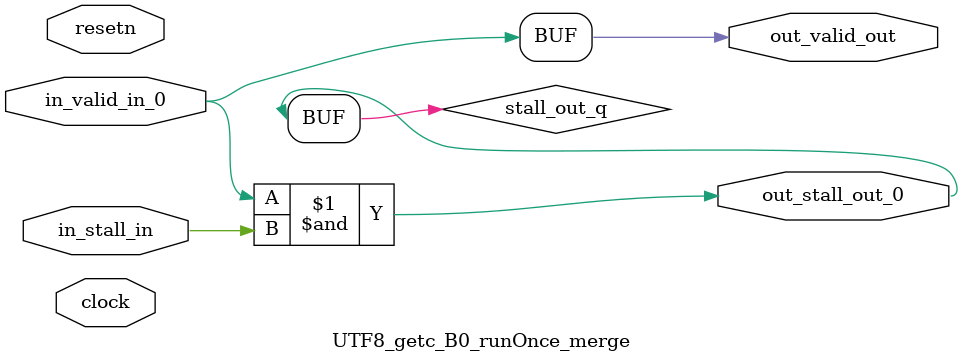
<source format=sv>



(* altera_attribute = "-name AUTO_SHIFT_REGISTER_RECOGNITION OFF; -name MESSAGE_DISABLE 10036; -name MESSAGE_DISABLE 10037; -name MESSAGE_DISABLE 14130; -name MESSAGE_DISABLE 14320; -name MESSAGE_DISABLE 15400; -name MESSAGE_DISABLE 14130; -name MESSAGE_DISABLE 10036; -name MESSAGE_DISABLE 12020; -name MESSAGE_DISABLE 12030; -name MESSAGE_DISABLE 12010; -name MESSAGE_DISABLE 12110; -name MESSAGE_DISABLE 14320; -name MESSAGE_DISABLE 13410; -name MESSAGE_DISABLE 113007; -name MESSAGE_DISABLE 10958" *)
module UTF8_getc_B0_runOnce_merge (
    input wire [0:0] in_stall_in,
    input wire [0:0] in_valid_in_0,
    output wire [0:0] out_stall_out_0,
    output wire [0:0] out_valid_out,
    input wire clock,
    input wire resetn
    );

    wire [0:0] stall_out_q;


    // stall_out(LOGICAL,6)
    assign stall_out_q = in_valid_in_0 & in_stall_in;

    // out_stall_out_0(GPOUT,4)
    assign out_stall_out_0 = stall_out_q;

    // out_valid_out(GPOUT,5)
    assign out_valid_out = in_valid_in_0;

endmodule

</source>
